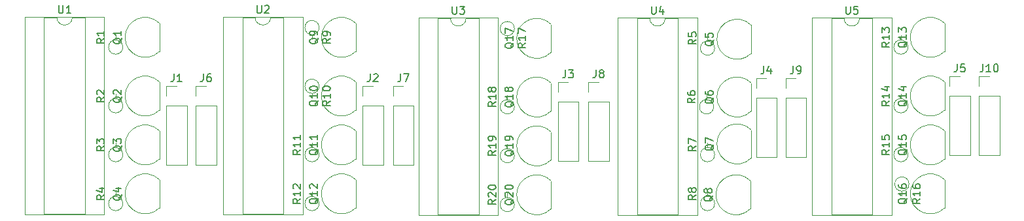
<source format=gbr>
%TF.GenerationSoftware,KiCad,Pcbnew,5.1.7-a382d34a8~87~ubuntu18.04.1*%
%TF.CreationDate,2020-11-02T19:01:26+01:00*%
%TF.ProjectId,controlled_generator_schematics,636f6e74-726f-46c6-9c65-645f67656e65,rev?*%
%TF.SameCoordinates,Original*%
%TF.FileFunction,Legend,Top*%
%TF.FilePolarity,Positive*%
%FSLAX46Y46*%
G04 Gerber Fmt 4.6, Leading zero omitted, Abs format (unit mm)*
G04 Created by KiCad (PCBNEW 5.1.7-a382d34a8~87~ubuntu18.04.1) date 2020-11-02 19:01:26*
%MOMM*%
%LPD*%
G01*
G04 APERTURE LIST*
%ADD10C,0.120000*%
%ADD11C,0.150000*%
G04 APERTURE END LIST*
D10*
%TO.C,U3*%
X341098001Y-339052001D02*
X330818001Y-339052001D01*
X341098001Y-364692001D02*
X341098001Y-339052001D01*
X330818001Y-364692001D02*
X341098001Y-364692001D01*
X330818001Y-339052001D02*
X330818001Y-364692001D01*
X338608001Y-339112001D02*
X336958001Y-339112001D01*
X338608001Y-364632001D02*
X338608001Y-339112001D01*
X333308001Y-364632001D02*
X338608001Y-364632001D01*
X333308001Y-339112001D02*
X333308001Y-364632001D01*
X334958001Y-339112001D02*
X333308001Y-339112001D01*
X336958001Y-339112001D02*
G75*
G02*
X334958001Y-339112001I-1000000J0D01*
G01*
%TO.C,J6*%
X301989001Y-347875001D02*
X303319001Y-347875001D01*
X301989001Y-349205001D02*
X301989001Y-347875001D01*
X301989001Y-350475001D02*
X304649001Y-350475001D01*
X304649001Y-350475001D02*
X304649001Y-358155001D01*
X301989001Y-350475001D02*
X301989001Y-358155001D01*
X301989001Y-358155001D02*
X304649001Y-358155001D01*
%TO.C,Q9*%
X322695001Y-343385001D02*
X322695001Y-339785001D01*
X322683479Y-339746523D02*
G75*
G03*
X318245001Y-341585001I-1838478J-1838478D01*
G01*
X322683479Y-343423479D02*
G75*
G02*
X318245001Y-341585001I-1838478J1838478D01*
G01*
%TO.C,J10*%
X403335001Y-346605001D02*
X404665001Y-346605001D01*
X403335001Y-347935001D02*
X403335001Y-346605001D01*
X403335001Y-349205001D02*
X405995001Y-349205001D01*
X405995001Y-349205001D02*
X405995001Y-356885001D01*
X403335001Y-349205001D02*
X403335001Y-356885001D01*
X403335001Y-356885001D02*
X405995001Y-356885001D01*
%TO.C,J9*%
X378316001Y-346859001D02*
X379646001Y-346859001D01*
X378316001Y-348189001D02*
X378316001Y-346859001D01*
X378316001Y-349459001D02*
X380976001Y-349459001D01*
X380976001Y-349459001D02*
X380976001Y-357139001D01*
X378316001Y-349459001D02*
X378316001Y-357139001D01*
X378316001Y-357139001D02*
X380976001Y-357139001D01*
%TO.C,J8*%
X352789001Y-347367001D02*
X354119001Y-347367001D01*
X352789001Y-348697001D02*
X352789001Y-347367001D01*
X352789001Y-349967001D02*
X355449001Y-349967001D01*
X355449001Y-349967001D02*
X355449001Y-357647001D01*
X352789001Y-349967001D02*
X352789001Y-357647001D01*
X352789001Y-357647001D02*
X355449001Y-357647001D01*
%TO.C,J7*%
X327516001Y-347875001D02*
X328846001Y-347875001D01*
X327516001Y-349205001D02*
X327516001Y-347875001D01*
X327516001Y-350475001D02*
X330176001Y-350475001D01*
X330176001Y-350475001D02*
X330176001Y-358155001D01*
X327516001Y-350475001D02*
X327516001Y-358155001D01*
X327516001Y-358155001D02*
X330176001Y-358155001D01*
%TO.C,U1*%
X290160002Y-338925001D02*
X279880002Y-338925001D01*
X290160002Y-364565001D02*
X290160002Y-338925001D01*
X279880002Y-364565001D02*
X290160002Y-364565001D01*
X279880002Y-338925001D02*
X279880002Y-364565001D01*
X287670002Y-338985001D02*
X286020002Y-338985001D01*
X287670002Y-364505001D02*
X287670002Y-338985001D01*
X282370002Y-364505001D02*
X287670002Y-364505001D01*
X282370002Y-338985001D02*
X282370002Y-364505001D01*
X284020002Y-338985001D02*
X282370002Y-338985001D01*
X286020002Y-338985001D02*
G75*
G02*
X284020002Y-338985001I-1000000J0D01*
G01*
%TO.C,J5*%
X399525001Y-346605001D02*
X400855001Y-346605001D01*
X399525001Y-347935001D02*
X399525001Y-346605001D01*
X399525001Y-349205001D02*
X402185001Y-349205001D01*
X402185001Y-349205001D02*
X402185001Y-356885001D01*
X399525001Y-349205001D02*
X399525001Y-356885001D01*
X399525001Y-356885001D02*
X402185001Y-356885001D01*
%TO.C,U5*%
X392025001Y-339052001D02*
X381745001Y-339052001D01*
X392025001Y-364692001D02*
X392025001Y-339052001D01*
X381745001Y-364692001D02*
X392025001Y-364692001D01*
X381745001Y-339052001D02*
X381745001Y-364692001D01*
X389535001Y-339112001D02*
X387885001Y-339112001D01*
X389535001Y-364632001D02*
X389535001Y-339112001D01*
X384235001Y-364632001D02*
X389535001Y-364632001D01*
X384235001Y-339112001D02*
X384235001Y-364632001D01*
X385885001Y-339112001D02*
X384235001Y-339112001D01*
X387885001Y-339112001D02*
G75*
G02*
X385885001Y-339112001I-1000000J0D01*
G01*
%TO.C,U2*%
X315825001Y-338925001D02*
X305545001Y-338925001D01*
X315825001Y-364565001D02*
X315825001Y-338925001D01*
X305545001Y-364565001D02*
X315825001Y-364565001D01*
X305545001Y-338925001D02*
X305545001Y-364565001D01*
X313335001Y-338985001D02*
X311685001Y-338985001D01*
X313335001Y-364505001D02*
X313335001Y-338985001D01*
X308035001Y-364505001D02*
X313335001Y-364505001D01*
X308035001Y-338985001D02*
X308035001Y-364505001D01*
X309685001Y-338985001D02*
X308035001Y-338985001D01*
X311685001Y-338985001D02*
G75*
G02*
X309685001Y-338985001I-1000000J0D01*
G01*
%TO.C,U4*%
X366879001Y-339052001D02*
X356599001Y-339052001D01*
X366879001Y-364692001D02*
X366879001Y-339052001D01*
X356599001Y-364692001D02*
X366879001Y-364692001D01*
X356599001Y-339052001D02*
X356599001Y-364692001D01*
X364389001Y-339112001D02*
X362739001Y-339112001D01*
X364389001Y-364632001D02*
X364389001Y-339112001D01*
X359089001Y-364632001D02*
X364389001Y-364632001D01*
X359089001Y-339112001D02*
X359089001Y-364632001D01*
X360739001Y-339112001D02*
X359089001Y-339112001D01*
X362739001Y-339112001D02*
G75*
G02*
X360739001Y-339112001I-1000000J0D01*
G01*
%TO.C,R20*%
X342308001Y-362382001D02*
X342308001Y-361762001D01*
X343228001Y-363302001D02*
G75*
G03*
X343228001Y-363302001I-920000J0D01*
G01*
%TO.C,R19*%
X342308001Y-356032001D02*
X342308001Y-355412001D01*
X343228001Y-356952001D02*
G75*
G03*
X343228001Y-356952001I-920000J0D01*
G01*
%TO.C,R18*%
X342308001Y-349682001D02*
X342308001Y-349062001D01*
X343228001Y-350602001D02*
G75*
G03*
X343228001Y-350602001I-920000J0D01*
G01*
%TO.C,R17*%
X342308001Y-341362001D02*
X342308001Y-341982001D01*
X343228001Y-340442001D02*
G75*
G03*
X343228001Y-340442001I-920000J0D01*
G01*
%TO.C,R16*%
X393362001Y-361555001D02*
X393362001Y-362175001D01*
X394282001Y-360635001D02*
G75*
G03*
X394282001Y-360635001I-920000J0D01*
G01*
%TO.C,R15*%
X393235001Y-355905001D02*
X393235001Y-355285001D01*
X394155001Y-356825001D02*
G75*
G03*
X394155001Y-356825001I-920000J0D01*
G01*
%TO.C,R14*%
X394155001Y-350475001D02*
G75*
G03*
X394155001Y-350475001I-920000J0D01*
G01*
X393235001Y-349555001D02*
X393235001Y-348935001D01*
%TO.C,R13*%
X393235001Y-341935001D02*
X393235001Y-341315001D01*
X394155001Y-342855001D02*
G75*
G03*
X394155001Y-342855001I-920000J0D01*
G01*
%TO.C,R12*%
X317035001Y-362255001D02*
X317035001Y-361635001D01*
X317955001Y-363175001D02*
G75*
G03*
X317955001Y-363175001I-920000J0D01*
G01*
%TO.C,R11*%
X317035001Y-355905001D02*
X317035001Y-355285001D01*
X317955001Y-356825001D02*
G75*
G03*
X317955001Y-356825001I-920000J0D01*
G01*
%TO.C,R10*%
X317035001Y-348855001D02*
X317035001Y-349475001D01*
X317955001Y-347935001D02*
G75*
G03*
X317955001Y-347935001I-920000J0D01*
G01*
%TO.C,R9*%
X317035001Y-341235001D02*
X317035001Y-341855001D01*
X317955001Y-340315001D02*
G75*
G03*
X317955001Y-340315001I-920000J0D01*
G01*
%TO.C,R8*%
X368216001Y-362255001D02*
X368216001Y-361635001D01*
X369136001Y-363175001D02*
G75*
G03*
X369136001Y-363175001I-920000J0D01*
G01*
%TO.C,R7*%
X368216001Y-355905001D02*
X368216001Y-355285001D01*
X369136001Y-356825001D02*
G75*
G03*
X369136001Y-356825001I-920000J0D01*
G01*
%TO.C,R6*%
X368089001Y-349682001D02*
X368089001Y-349062001D01*
X369009001Y-350602001D02*
G75*
G03*
X369009001Y-350602001I-920000J0D01*
G01*
%TO.C,R5*%
X368216001Y-342062001D02*
X368216001Y-341442001D01*
X369136001Y-342982001D02*
G75*
G03*
X369136001Y-342982001I-920000J0D01*
G01*
%TO.C,Q20*%
X347968001Y-363832001D02*
X347968001Y-360232001D01*
X347956479Y-360193523D02*
G75*
G03*
X343518001Y-362032001I-1838478J-1838478D01*
G01*
X347956479Y-363870479D02*
G75*
G02*
X343518001Y-362032001I-1838478J1838478D01*
G01*
%TO.C,Q19*%
X347968001Y-357482001D02*
X347968001Y-353882001D01*
X347956479Y-353843523D02*
G75*
G03*
X343518001Y-355682001I-1838478J-1838478D01*
G01*
X347956479Y-357520479D02*
G75*
G02*
X343518001Y-355682001I-1838478J1838478D01*
G01*
%TO.C,Q18*%
X347968001Y-351132001D02*
X347968001Y-347532001D01*
X347956479Y-347493523D02*
G75*
G03*
X343518001Y-349332001I-1838478J-1838478D01*
G01*
X347956479Y-351170479D02*
G75*
G02*
X343518001Y-349332001I-1838478J1838478D01*
G01*
%TO.C,Q17*%
X347968001Y-343512001D02*
X347968001Y-339912001D01*
X347956479Y-339873523D02*
G75*
G03*
X343518001Y-341712001I-1838478J-1838478D01*
G01*
X347956479Y-343550479D02*
G75*
G02*
X343518001Y-341712001I-1838478J1838478D01*
G01*
%TO.C,Q16*%
X398895001Y-363705001D02*
X398895001Y-360105001D01*
X398883479Y-360066523D02*
G75*
G03*
X394445001Y-361905001I-1838478J-1838478D01*
G01*
X398883479Y-363743479D02*
G75*
G02*
X394445001Y-361905001I-1838478J1838478D01*
G01*
%TO.C,Q15*%
X398895001Y-357355001D02*
X398895001Y-353755001D01*
X398883479Y-353716523D02*
G75*
G03*
X394445001Y-355555001I-1838478J-1838478D01*
G01*
X398883479Y-357393479D02*
G75*
G02*
X394445001Y-355555001I-1838478J1838478D01*
G01*
%TO.C,Q14*%
X398895001Y-351005001D02*
X398895001Y-347405001D01*
X398883479Y-347366523D02*
G75*
G03*
X394445001Y-349205001I-1838478J-1838478D01*
G01*
X398883479Y-351043479D02*
G75*
G02*
X394445001Y-349205001I-1838478J1838478D01*
G01*
%TO.C,Q13*%
X398895001Y-343385001D02*
X398895001Y-339785001D01*
X398883479Y-339746523D02*
G75*
G03*
X394445001Y-341585001I-1838478J-1838478D01*
G01*
X398883479Y-343423479D02*
G75*
G02*
X394445001Y-341585001I-1838478J1838478D01*
G01*
%TO.C,Q12*%
X322695001Y-363705001D02*
X322695001Y-360105001D01*
X322683479Y-360066523D02*
G75*
G03*
X318245001Y-361905001I-1838478J-1838478D01*
G01*
X322683479Y-363743479D02*
G75*
G02*
X318245001Y-361905001I-1838478J1838478D01*
G01*
%TO.C,Q11*%
X322695001Y-357355001D02*
X322695001Y-353755001D01*
X322683479Y-353716523D02*
G75*
G03*
X318245001Y-355555001I-1838478J-1838478D01*
G01*
X322683479Y-357393479D02*
G75*
G02*
X318245001Y-355555001I-1838478J1838478D01*
G01*
%TO.C,Q10*%
X322695001Y-351005001D02*
X322695001Y-347405001D01*
X322683479Y-347366523D02*
G75*
G03*
X318245001Y-349205001I-1838478J-1838478D01*
G01*
X322683479Y-351043479D02*
G75*
G02*
X318245001Y-349205001I-1838478J1838478D01*
G01*
%TO.C,Q8*%
X373749001Y-363832001D02*
X373749001Y-360232001D01*
X373737479Y-360193523D02*
G75*
G03*
X369299001Y-362032001I-1838478J-1838478D01*
G01*
X373737479Y-363870479D02*
G75*
G02*
X369299001Y-362032001I-1838478J1838478D01*
G01*
%TO.C,Q7*%
X373876001Y-357228001D02*
X373876001Y-353628001D01*
X373864479Y-353589523D02*
G75*
G03*
X369426001Y-355428001I-1838478J-1838478D01*
G01*
X373864479Y-357266479D02*
G75*
G02*
X369426001Y-355428001I-1838478J1838478D01*
G01*
%TO.C,Q6*%
X373876001Y-351132001D02*
X373876001Y-347532001D01*
X373864479Y-347493523D02*
G75*
G03*
X369426001Y-349332001I-1838478J-1838478D01*
G01*
X373864479Y-351170479D02*
G75*
G02*
X369426001Y-349332001I-1838478J1838478D01*
G01*
%TO.C,Q5*%
X373876001Y-343639001D02*
X373876001Y-340039001D01*
X373864479Y-340000523D02*
G75*
G03*
X369426001Y-341839001I-1838478J-1838478D01*
G01*
X373864479Y-343677479D02*
G75*
G02*
X369426001Y-341839001I-1838478J1838478D01*
G01*
%TO.C,J3*%
X348852001Y-347367001D02*
X350182001Y-347367001D01*
X348852001Y-348697001D02*
X348852001Y-347367001D01*
X348852001Y-349967001D02*
X351512001Y-349967001D01*
X351512001Y-349967001D02*
X351512001Y-357647001D01*
X348852001Y-349967001D02*
X348852001Y-357647001D01*
X348852001Y-357647001D02*
X351512001Y-357647001D01*
%TO.C,J2*%
X323579001Y-347875001D02*
X324909001Y-347875001D01*
X323579001Y-349205001D02*
X323579001Y-347875001D01*
X323579001Y-350475001D02*
X326239001Y-350475001D01*
X326239001Y-350475001D02*
X326239001Y-358155001D01*
X323579001Y-350475001D02*
X323579001Y-358155001D01*
X323579001Y-358155001D02*
X326239001Y-358155001D01*
%TO.C,J4*%
X374506001Y-346859001D02*
X375836001Y-346859001D01*
X374506001Y-348189001D02*
X374506001Y-346859001D01*
X374506001Y-349459001D02*
X377166001Y-349459001D01*
X377166001Y-349459001D02*
X377166001Y-357139001D01*
X374506001Y-349459001D02*
X374506001Y-357139001D01*
X374506001Y-357139001D02*
X377166001Y-357139001D01*
%TO.C,R4*%
X291635001Y-362255001D02*
X291635001Y-361635001D01*
X292555001Y-363175001D02*
G75*
G03*
X292555001Y-363175001I-920000J0D01*
G01*
%TO.C,R3*%
X291635001Y-355905001D02*
X291635001Y-355285001D01*
X292555001Y-356825001D02*
G75*
G03*
X292555001Y-356825001I-920000J0D01*
G01*
%TO.C,R2*%
X291635001Y-349555001D02*
X291635001Y-348935001D01*
X292555001Y-350475001D02*
G75*
G03*
X292555001Y-350475001I-920000J0D01*
G01*
%TO.C,R1*%
X291635001Y-341935001D02*
X291635001Y-341315001D01*
X292555001Y-342855001D02*
G75*
G03*
X292555001Y-342855001I-920000J0D01*
G01*
%TO.C,Q4*%
X297295001Y-363705001D02*
X297295001Y-360105001D01*
X297283479Y-360066523D02*
G75*
G03*
X292845001Y-361905001I-1838478J-1838478D01*
G01*
X297283479Y-363743479D02*
G75*
G02*
X292845001Y-361905001I-1838478J1838478D01*
G01*
%TO.C,Q3*%
X297295001Y-357355001D02*
X297295001Y-353755001D01*
X297283479Y-353716523D02*
G75*
G03*
X292845001Y-355555001I-1838478J-1838478D01*
G01*
X297283479Y-357393479D02*
G75*
G02*
X292845001Y-355555001I-1838478J1838478D01*
G01*
%TO.C,Q2*%
X297295001Y-351005001D02*
X297295001Y-347405001D01*
X297283479Y-347366523D02*
G75*
G03*
X292845001Y-349205001I-1838478J-1838478D01*
G01*
X297283479Y-351043479D02*
G75*
G02*
X292845001Y-349205001I-1838478J1838478D01*
G01*
%TO.C,Q1*%
X297295001Y-343385001D02*
X297295001Y-339785001D01*
X297283479Y-339746523D02*
G75*
G03*
X292845001Y-341585001I-1838478J-1838478D01*
G01*
X297283479Y-343423479D02*
G75*
G02*
X292845001Y-341585001I-1838478J1838478D01*
G01*
%TO.C,J1*%
X298179001Y-347875001D02*
X299509001Y-347875001D01*
X298179001Y-349205001D02*
X298179001Y-347875001D01*
X298179001Y-350475001D02*
X300839001Y-350475001D01*
X300839001Y-350475001D02*
X300839001Y-358155001D01*
X298179001Y-350475001D02*
X298179001Y-358155001D01*
X298179001Y-358155001D02*
X300839001Y-358155001D01*
%TO.C,U3*%
D11*
X335196096Y-337564381D02*
X335196096Y-338373905D01*
X335243715Y-338469143D01*
X335291334Y-338516762D01*
X335386572Y-338564381D01*
X335577048Y-338564381D01*
X335672286Y-338516762D01*
X335719905Y-338469143D01*
X335767524Y-338373905D01*
X335767524Y-337564381D01*
X336148477Y-337564381D02*
X336767524Y-337564381D01*
X336434191Y-337945334D01*
X336577048Y-337945334D01*
X336672286Y-337992953D01*
X336719905Y-338040572D01*
X336767524Y-338135810D01*
X336767524Y-338373905D01*
X336719905Y-338469143D01*
X336672286Y-338516762D01*
X336577048Y-338564381D01*
X336291334Y-338564381D01*
X336196096Y-338516762D01*
X336148477Y-338469143D01*
%TO.C,J6*%
X302985667Y-346327381D02*
X302985667Y-347041667D01*
X302938048Y-347184524D01*
X302842810Y-347279762D01*
X302699953Y-347327381D01*
X302604715Y-347327381D01*
X303890429Y-346327381D02*
X303699953Y-346327381D01*
X303604715Y-346375001D01*
X303557096Y-346422620D01*
X303461858Y-346565477D01*
X303414239Y-346755953D01*
X303414239Y-347136905D01*
X303461858Y-347232143D01*
X303509477Y-347279762D01*
X303604715Y-347327381D01*
X303795191Y-347327381D01*
X303890429Y-347279762D01*
X303938048Y-347232143D01*
X303985667Y-347136905D01*
X303985667Y-346898810D01*
X303938048Y-346803572D01*
X303890429Y-346755953D01*
X303795191Y-346708334D01*
X303604715Y-346708334D01*
X303509477Y-346755953D01*
X303461858Y-346803572D01*
X303414239Y-346898810D01*
%TO.C,Q9*%
X317832620Y-341680239D02*
X317785001Y-341775477D01*
X317689762Y-341870715D01*
X317546905Y-342013572D01*
X317499286Y-342108810D01*
X317499286Y-342204048D01*
X317737381Y-342156429D02*
X317689762Y-342251667D01*
X317594524Y-342346905D01*
X317404048Y-342394524D01*
X317070715Y-342394524D01*
X316880239Y-342346905D01*
X316785001Y-342251667D01*
X316737381Y-342156429D01*
X316737381Y-341965953D01*
X316785001Y-341870715D01*
X316880239Y-341775477D01*
X317070715Y-341727858D01*
X317404048Y-341727858D01*
X317594524Y-341775477D01*
X317689762Y-341870715D01*
X317737381Y-341965953D01*
X317737381Y-342156429D01*
X317737381Y-341251667D02*
X317737381Y-341061191D01*
X317689762Y-340965953D01*
X317642143Y-340918334D01*
X317499286Y-340823096D01*
X317308810Y-340775477D01*
X316927858Y-340775477D01*
X316832620Y-340823096D01*
X316785001Y-340870715D01*
X316737381Y-340965953D01*
X316737381Y-341156429D01*
X316785001Y-341251667D01*
X316832620Y-341299286D01*
X316927858Y-341346905D01*
X317165953Y-341346905D01*
X317261191Y-341299286D01*
X317308810Y-341251667D01*
X317356429Y-341156429D01*
X317356429Y-340965953D01*
X317308810Y-340870715D01*
X317261191Y-340823096D01*
X317165953Y-340775477D01*
%TO.C,J10*%
X403855477Y-345057381D02*
X403855477Y-345771667D01*
X403807858Y-345914524D01*
X403712620Y-346009762D01*
X403569762Y-346057381D01*
X403474524Y-346057381D01*
X404855477Y-346057381D02*
X404284048Y-346057381D01*
X404569762Y-346057381D02*
X404569762Y-345057381D01*
X404474524Y-345200239D01*
X404379286Y-345295477D01*
X404284048Y-345343096D01*
X405474524Y-345057381D02*
X405569762Y-345057381D01*
X405665001Y-345105001D01*
X405712620Y-345152620D01*
X405760239Y-345247858D01*
X405807858Y-345438334D01*
X405807858Y-345676429D01*
X405760239Y-345866905D01*
X405712620Y-345962143D01*
X405665001Y-346009762D01*
X405569762Y-346057381D01*
X405474524Y-346057381D01*
X405379286Y-346009762D01*
X405331667Y-345962143D01*
X405284048Y-345866905D01*
X405236429Y-345676429D01*
X405236429Y-345438334D01*
X405284048Y-345247858D01*
X405331667Y-345152620D01*
X405379286Y-345105001D01*
X405474524Y-345057381D01*
%TO.C,J9*%
X379312667Y-345311381D02*
X379312667Y-346025667D01*
X379265048Y-346168524D01*
X379169810Y-346263762D01*
X379026953Y-346311381D01*
X378931715Y-346311381D01*
X379836477Y-346311381D02*
X380026953Y-346311381D01*
X380122191Y-346263762D01*
X380169810Y-346216143D01*
X380265048Y-346073286D01*
X380312667Y-345882810D01*
X380312667Y-345501858D01*
X380265048Y-345406620D01*
X380217429Y-345359001D01*
X380122191Y-345311381D01*
X379931715Y-345311381D01*
X379836477Y-345359001D01*
X379788858Y-345406620D01*
X379741239Y-345501858D01*
X379741239Y-345739953D01*
X379788858Y-345835191D01*
X379836477Y-345882810D01*
X379931715Y-345930429D01*
X380122191Y-345930429D01*
X380217429Y-345882810D01*
X380265048Y-345835191D01*
X380312667Y-345739953D01*
%TO.C,J8*%
X353785667Y-345819381D02*
X353785667Y-346533667D01*
X353738048Y-346676524D01*
X353642810Y-346771762D01*
X353499953Y-346819381D01*
X353404715Y-346819381D01*
X354404715Y-346247953D02*
X354309477Y-346200334D01*
X354261858Y-346152715D01*
X354214239Y-346057477D01*
X354214239Y-346009858D01*
X354261858Y-345914620D01*
X354309477Y-345867001D01*
X354404715Y-345819381D01*
X354595191Y-345819381D01*
X354690429Y-345867001D01*
X354738048Y-345914620D01*
X354785667Y-346009858D01*
X354785667Y-346057477D01*
X354738048Y-346152715D01*
X354690429Y-346200334D01*
X354595191Y-346247953D01*
X354404715Y-346247953D01*
X354309477Y-346295572D01*
X354261858Y-346343191D01*
X354214239Y-346438429D01*
X354214239Y-346628905D01*
X354261858Y-346724143D01*
X354309477Y-346771762D01*
X354404715Y-346819381D01*
X354595191Y-346819381D01*
X354690429Y-346771762D01*
X354738048Y-346724143D01*
X354785667Y-346628905D01*
X354785667Y-346438429D01*
X354738048Y-346343191D01*
X354690429Y-346295572D01*
X354595191Y-346247953D01*
%TO.C,J7*%
X328512667Y-346327381D02*
X328512667Y-347041667D01*
X328465048Y-347184524D01*
X328369810Y-347279762D01*
X328226953Y-347327381D01*
X328131715Y-347327381D01*
X328893620Y-346327381D02*
X329560286Y-346327381D01*
X329131715Y-347327381D01*
%TO.C,U1*%
X284258097Y-337437381D02*
X284258097Y-338246905D01*
X284305716Y-338342143D01*
X284353335Y-338389762D01*
X284448573Y-338437381D01*
X284639049Y-338437381D01*
X284734287Y-338389762D01*
X284781906Y-338342143D01*
X284829525Y-338246905D01*
X284829525Y-337437381D01*
X285829525Y-338437381D02*
X285258097Y-338437381D01*
X285543811Y-338437381D02*
X285543811Y-337437381D01*
X285448573Y-337580239D01*
X285353335Y-337675477D01*
X285258097Y-337723096D01*
%TO.C,J5*%
X400521667Y-345057381D02*
X400521667Y-345771667D01*
X400474048Y-345914524D01*
X400378810Y-346009762D01*
X400235953Y-346057381D01*
X400140715Y-346057381D01*
X401474048Y-345057381D02*
X400997858Y-345057381D01*
X400950239Y-345533572D01*
X400997858Y-345485953D01*
X401093096Y-345438334D01*
X401331191Y-345438334D01*
X401426429Y-345485953D01*
X401474048Y-345533572D01*
X401521667Y-345628810D01*
X401521667Y-345866905D01*
X401474048Y-345962143D01*
X401426429Y-346009762D01*
X401331191Y-346057381D01*
X401093096Y-346057381D01*
X400997858Y-346009762D01*
X400950239Y-345962143D01*
%TO.C,U5*%
X386123096Y-337564381D02*
X386123096Y-338373905D01*
X386170715Y-338469143D01*
X386218334Y-338516762D01*
X386313572Y-338564381D01*
X386504048Y-338564381D01*
X386599286Y-338516762D01*
X386646905Y-338469143D01*
X386694524Y-338373905D01*
X386694524Y-337564381D01*
X387646905Y-337564381D02*
X387170715Y-337564381D01*
X387123096Y-338040572D01*
X387170715Y-337992953D01*
X387265953Y-337945334D01*
X387504048Y-337945334D01*
X387599286Y-337992953D01*
X387646905Y-338040572D01*
X387694524Y-338135810D01*
X387694524Y-338373905D01*
X387646905Y-338469143D01*
X387599286Y-338516762D01*
X387504048Y-338564381D01*
X387265953Y-338564381D01*
X387170715Y-338516762D01*
X387123096Y-338469143D01*
%TO.C,U2*%
X309923096Y-337437381D02*
X309923096Y-338246905D01*
X309970715Y-338342143D01*
X310018334Y-338389762D01*
X310113572Y-338437381D01*
X310304048Y-338437381D01*
X310399286Y-338389762D01*
X310446905Y-338342143D01*
X310494524Y-338246905D01*
X310494524Y-337437381D01*
X310923096Y-337532620D02*
X310970715Y-337485001D01*
X311065953Y-337437381D01*
X311304048Y-337437381D01*
X311399286Y-337485001D01*
X311446905Y-337532620D01*
X311494524Y-337627858D01*
X311494524Y-337723096D01*
X311446905Y-337865953D01*
X310875477Y-338437381D01*
X311494524Y-338437381D01*
%TO.C,U4*%
X360977096Y-337564381D02*
X360977096Y-338373905D01*
X361024715Y-338469143D01*
X361072334Y-338516762D01*
X361167572Y-338564381D01*
X361358048Y-338564381D01*
X361453286Y-338516762D01*
X361500905Y-338469143D01*
X361548524Y-338373905D01*
X361548524Y-337564381D01*
X362453286Y-337897715D02*
X362453286Y-338564381D01*
X362215191Y-337516762D02*
X361977096Y-338231048D01*
X362596143Y-338231048D01*
%TO.C,R20*%
X340840381Y-362674858D02*
X340364191Y-363008191D01*
X340840381Y-363246286D02*
X339840381Y-363246286D01*
X339840381Y-362865334D01*
X339888001Y-362770096D01*
X339935620Y-362722477D01*
X340030858Y-362674858D01*
X340173715Y-362674858D01*
X340268953Y-362722477D01*
X340316572Y-362770096D01*
X340364191Y-362865334D01*
X340364191Y-363246286D01*
X339935620Y-362293905D02*
X339888001Y-362246286D01*
X339840381Y-362151048D01*
X339840381Y-361912953D01*
X339888001Y-361817715D01*
X339935620Y-361770096D01*
X340030858Y-361722477D01*
X340126096Y-361722477D01*
X340268953Y-361770096D01*
X340840381Y-362341524D01*
X340840381Y-361722477D01*
X339840381Y-361103429D02*
X339840381Y-361008191D01*
X339888001Y-360912953D01*
X339935620Y-360865334D01*
X340030858Y-360817715D01*
X340221334Y-360770096D01*
X340459429Y-360770096D01*
X340649905Y-360817715D01*
X340745143Y-360865334D01*
X340792762Y-360912953D01*
X340840381Y-361008191D01*
X340840381Y-361103429D01*
X340792762Y-361198667D01*
X340745143Y-361246286D01*
X340649905Y-361293905D01*
X340459429Y-361341524D01*
X340221334Y-361341524D01*
X340030858Y-361293905D01*
X339935620Y-361246286D01*
X339888001Y-361198667D01*
X339840381Y-361103429D01*
%TO.C,R19*%
X340840381Y-356324858D02*
X340364191Y-356658191D01*
X340840381Y-356896286D02*
X339840381Y-356896286D01*
X339840381Y-356515334D01*
X339888001Y-356420096D01*
X339935620Y-356372477D01*
X340030858Y-356324858D01*
X340173715Y-356324858D01*
X340268953Y-356372477D01*
X340316572Y-356420096D01*
X340364191Y-356515334D01*
X340364191Y-356896286D01*
X340840381Y-355372477D02*
X340840381Y-355943905D01*
X340840381Y-355658191D02*
X339840381Y-355658191D01*
X339983239Y-355753429D01*
X340078477Y-355848667D01*
X340126096Y-355943905D01*
X340840381Y-354896286D02*
X340840381Y-354705810D01*
X340792762Y-354610572D01*
X340745143Y-354562953D01*
X340602286Y-354467715D01*
X340411810Y-354420096D01*
X340030858Y-354420096D01*
X339935620Y-354467715D01*
X339888001Y-354515334D01*
X339840381Y-354610572D01*
X339840381Y-354801048D01*
X339888001Y-354896286D01*
X339935620Y-354943905D01*
X340030858Y-354991524D01*
X340268953Y-354991524D01*
X340364191Y-354943905D01*
X340411810Y-354896286D01*
X340459429Y-354801048D01*
X340459429Y-354610572D01*
X340411810Y-354515334D01*
X340364191Y-354467715D01*
X340268953Y-354420096D01*
%TO.C,R18*%
X340840381Y-349974858D02*
X340364191Y-350308191D01*
X340840381Y-350546286D02*
X339840381Y-350546286D01*
X339840381Y-350165334D01*
X339888001Y-350070096D01*
X339935620Y-350022477D01*
X340030858Y-349974858D01*
X340173715Y-349974858D01*
X340268953Y-350022477D01*
X340316572Y-350070096D01*
X340364191Y-350165334D01*
X340364191Y-350546286D01*
X340840381Y-349022477D02*
X340840381Y-349593905D01*
X340840381Y-349308191D02*
X339840381Y-349308191D01*
X339983239Y-349403429D01*
X340078477Y-349498667D01*
X340126096Y-349593905D01*
X340268953Y-348451048D02*
X340221334Y-348546286D01*
X340173715Y-348593905D01*
X340078477Y-348641524D01*
X340030858Y-348641524D01*
X339935620Y-348593905D01*
X339888001Y-348546286D01*
X339840381Y-348451048D01*
X339840381Y-348260572D01*
X339888001Y-348165334D01*
X339935620Y-348117715D01*
X340030858Y-348070096D01*
X340078477Y-348070096D01*
X340173715Y-348117715D01*
X340221334Y-348165334D01*
X340268953Y-348260572D01*
X340268953Y-348451048D01*
X340316572Y-348546286D01*
X340364191Y-348593905D01*
X340459429Y-348641524D01*
X340649905Y-348641524D01*
X340745143Y-348593905D01*
X340792762Y-348546286D01*
X340840381Y-348451048D01*
X340840381Y-348260572D01*
X340792762Y-348165334D01*
X340745143Y-348117715D01*
X340649905Y-348070096D01*
X340459429Y-348070096D01*
X340364191Y-348117715D01*
X340316572Y-348165334D01*
X340268953Y-348260572D01*
%TO.C,R17*%
X344680381Y-342354858D02*
X344204191Y-342688191D01*
X344680381Y-342926286D02*
X343680381Y-342926286D01*
X343680381Y-342545334D01*
X343728001Y-342450096D01*
X343775620Y-342402477D01*
X343870858Y-342354858D01*
X344013715Y-342354858D01*
X344108953Y-342402477D01*
X344156572Y-342450096D01*
X344204191Y-342545334D01*
X344204191Y-342926286D01*
X344680381Y-341402477D02*
X344680381Y-341973905D01*
X344680381Y-341688191D02*
X343680381Y-341688191D01*
X343823239Y-341783429D01*
X343918477Y-341878667D01*
X343966096Y-341973905D01*
X343680381Y-341069143D02*
X343680381Y-340402477D01*
X344680381Y-340831048D01*
%TO.C,R16*%
X395734381Y-362547858D02*
X395258191Y-362881191D01*
X395734381Y-363119286D02*
X394734381Y-363119286D01*
X394734381Y-362738334D01*
X394782001Y-362643096D01*
X394829620Y-362595477D01*
X394924858Y-362547858D01*
X395067715Y-362547858D01*
X395162953Y-362595477D01*
X395210572Y-362643096D01*
X395258191Y-362738334D01*
X395258191Y-363119286D01*
X395734381Y-361595477D02*
X395734381Y-362166905D01*
X395734381Y-361881191D02*
X394734381Y-361881191D01*
X394877239Y-361976429D01*
X394972477Y-362071667D01*
X395020096Y-362166905D01*
X394734381Y-360738334D02*
X394734381Y-360928810D01*
X394782001Y-361024048D01*
X394829620Y-361071667D01*
X394972477Y-361166905D01*
X395162953Y-361214524D01*
X395543905Y-361214524D01*
X395639143Y-361166905D01*
X395686762Y-361119286D01*
X395734381Y-361024048D01*
X395734381Y-360833572D01*
X395686762Y-360738334D01*
X395639143Y-360690715D01*
X395543905Y-360643096D01*
X395305810Y-360643096D01*
X395210572Y-360690715D01*
X395162953Y-360738334D01*
X395115334Y-360833572D01*
X395115334Y-361024048D01*
X395162953Y-361119286D01*
X395210572Y-361166905D01*
X395305810Y-361214524D01*
%TO.C,R15*%
X391767381Y-356197858D02*
X391291191Y-356531191D01*
X391767381Y-356769286D02*
X390767381Y-356769286D01*
X390767381Y-356388334D01*
X390815001Y-356293096D01*
X390862620Y-356245477D01*
X390957858Y-356197858D01*
X391100715Y-356197858D01*
X391195953Y-356245477D01*
X391243572Y-356293096D01*
X391291191Y-356388334D01*
X391291191Y-356769286D01*
X391767381Y-355245477D02*
X391767381Y-355816905D01*
X391767381Y-355531191D02*
X390767381Y-355531191D01*
X390910239Y-355626429D01*
X391005477Y-355721667D01*
X391053096Y-355816905D01*
X390767381Y-354340715D02*
X390767381Y-354816905D01*
X391243572Y-354864524D01*
X391195953Y-354816905D01*
X391148334Y-354721667D01*
X391148334Y-354483572D01*
X391195953Y-354388334D01*
X391243572Y-354340715D01*
X391338810Y-354293096D01*
X391576905Y-354293096D01*
X391672143Y-354340715D01*
X391719762Y-354388334D01*
X391767381Y-354483572D01*
X391767381Y-354721667D01*
X391719762Y-354816905D01*
X391672143Y-354864524D01*
%TO.C,R14*%
X391767381Y-349847858D02*
X391291191Y-350181191D01*
X391767381Y-350419286D02*
X390767381Y-350419286D01*
X390767381Y-350038334D01*
X390815001Y-349943096D01*
X390862620Y-349895477D01*
X390957858Y-349847858D01*
X391100715Y-349847858D01*
X391195953Y-349895477D01*
X391243572Y-349943096D01*
X391291191Y-350038334D01*
X391291191Y-350419286D01*
X391767381Y-348895477D02*
X391767381Y-349466905D01*
X391767381Y-349181191D02*
X390767381Y-349181191D01*
X390910239Y-349276429D01*
X391005477Y-349371667D01*
X391053096Y-349466905D01*
X391100715Y-348038334D02*
X391767381Y-348038334D01*
X390719762Y-348276429D02*
X391434048Y-348514524D01*
X391434048Y-347895477D01*
%TO.C,R13*%
X391767381Y-342227858D02*
X391291191Y-342561191D01*
X391767381Y-342799286D02*
X390767381Y-342799286D01*
X390767381Y-342418334D01*
X390815001Y-342323096D01*
X390862620Y-342275477D01*
X390957858Y-342227858D01*
X391100715Y-342227858D01*
X391195953Y-342275477D01*
X391243572Y-342323096D01*
X391291191Y-342418334D01*
X391291191Y-342799286D01*
X391767381Y-341275477D02*
X391767381Y-341846905D01*
X391767381Y-341561191D02*
X390767381Y-341561191D01*
X390910239Y-341656429D01*
X391005477Y-341751667D01*
X391053096Y-341846905D01*
X390767381Y-340942143D02*
X390767381Y-340323096D01*
X391148334Y-340656429D01*
X391148334Y-340513572D01*
X391195953Y-340418334D01*
X391243572Y-340370715D01*
X391338810Y-340323096D01*
X391576905Y-340323096D01*
X391672143Y-340370715D01*
X391719762Y-340418334D01*
X391767381Y-340513572D01*
X391767381Y-340799286D01*
X391719762Y-340894524D01*
X391672143Y-340942143D01*
%TO.C,R12*%
X315567381Y-362547858D02*
X315091191Y-362881191D01*
X315567381Y-363119286D02*
X314567381Y-363119286D01*
X314567381Y-362738334D01*
X314615001Y-362643096D01*
X314662620Y-362595477D01*
X314757858Y-362547858D01*
X314900715Y-362547858D01*
X314995953Y-362595477D01*
X315043572Y-362643096D01*
X315091191Y-362738334D01*
X315091191Y-363119286D01*
X315567381Y-361595477D02*
X315567381Y-362166905D01*
X315567381Y-361881191D02*
X314567381Y-361881191D01*
X314710239Y-361976429D01*
X314805477Y-362071667D01*
X314853096Y-362166905D01*
X314662620Y-361214524D02*
X314615001Y-361166905D01*
X314567381Y-361071667D01*
X314567381Y-360833572D01*
X314615001Y-360738334D01*
X314662620Y-360690715D01*
X314757858Y-360643096D01*
X314853096Y-360643096D01*
X314995953Y-360690715D01*
X315567381Y-361262143D01*
X315567381Y-360643096D01*
%TO.C,R11*%
X315567381Y-356197858D02*
X315091191Y-356531191D01*
X315567381Y-356769286D02*
X314567381Y-356769286D01*
X314567381Y-356388334D01*
X314615001Y-356293096D01*
X314662620Y-356245477D01*
X314757858Y-356197858D01*
X314900715Y-356197858D01*
X314995953Y-356245477D01*
X315043572Y-356293096D01*
X315091191Y-356388334D01*
X315091191Y-356769286D01*
X315567381Y-355245477D02*
X315567381Y-355816905D01*
X315567381Y-355531191D02*
X314567381Y-355531191D01*
X314710239Y-355626429D01*
X314805477Y-355721667D01*
X314853096Y-355816905D01*
X315567381Y-354293096D02*
X315567381Y-354864524D01*
X315567381Y-354578810D02*
X314567381Y-354578810D01*
X314710239Y-354674048D01*
X314805477Y-354769286D01*
X314853096Y-354864524D01*
%TO.C,R10*%
X319407381Y-349847858D02*
X318931191Y-350181191D01*
X319407381Y-350419286D02*
X318407381Y-350419286D01*
X318407381Y-350038334D01*
X318455001Y-349943096D01*
X318502620Y-349895477D01*
X318597858Y-349847858D01*
X318740715Y-349847858D01*
X318835953Y-349895477D01*
X318883572Y-349943096D01*
X318931191Y-350038334D01*
X318931191Y-350419286D01*
X319407381Y-348895477D02*
X319407381Y-349466905D01*
X319407381Y-349181191D02*
X318407381Y-349181191D01*
X318550239Y-349276429D01*
X318645477Y-349371667D01*
X318693096Y-349466905D01*
X318407381Y-348276429D02*
X318407381Y-348181191D01*
X318455001Y-348085953D01*
X318502620Y-348038334D01*
X318597858Y-347990715D01*
X318788334Y-347943096D01*
X319026429Y-347943096D01*
X319216905Y-347990715D01*
X319312143Y-348038334D01*
X319359762Y-348085953D01*
X319407381Y-348181191D01*
X319407381Y-348276429D01*
X319359762Y-348371667D01*
X319312143Y-348419286D01*
X319216905Y-348466905D01*
X319026429Y-348514524D01*
X318788334Y-348514524D01*
X318597858Y-348466905D01*
X318502620Y-348419286D01*
X318455001Y-348371667D01*
X318407381Y-348276429D01*
%TO.C,R9*%
X319407381Y-341751667D02*
X318931191Y-342085001D01*
X319407381Y-342323096D02*
X318407381Y-342323096D01*
X318407381Y-341942143D01*
X318455001Y-341846905D01*
X318502620Y-341799286D01*
X318597858Y-341751667D01*
X318740715Y-341751667D01*
X318835953Y-341799286D01*
X318883572Y-341846905D01*
X318931191Y-341942143D01*
X318931191Y-342323096D01*
X319407381Y-341275477D02*
X319407381Y-341085001D01*
X319359762Y-340989762D01*
X319312143Y-340942143D01*
X319169286Y-340846905D01*
X318978810Y-340799286D01*
X318597858Y-340799286D01*
X318502620Y-340846905D01*
X318455001Y-340894524D01*
X318407381Y-340989762D01*
X318407381Y-341180239D01*
X318455001Y-341275477D01*
X318502620Y-341323096D01*
X318597858Y-341370715D01*
X318835953Y-341370715D01*
X318931191Y-341323096D01*
X318978810Y-341275477D01*
X319026429Y-341180239D01*
X319026429Y-340989762D01*
X318978810Y-340894524D01*
X318931191Y-340846905D01*
X318835953Y-340799286D01*
%TO.C,R8*%
X366748381Y-362071667D02*
X366272191Y-362405001D01*
X366748381Y-362643096D02*
X365748381Y-362643096D01*
X365748381Y-362262143D01*
X365796001Y-362166905D01*
X365843620Y-362119286D01*
X365938858Y-362071667D01*
X366081715Y-362071667D01*
X366176953Y-362119286D01*
X366224572Y-362166905D01*
X366272191Y-362262143D01*
X366272191Y-362643096D01*
X366176953Y-361500239D02*
X366129334Y-361595477D01*
X366081715Y-361643096D01*
X365986477Y-361690715D01*
X365938858Y-361690715D01*
X365843620Y-361643096D01*
X365796001Y-361595477D01*
X365748381Y-361500239D01*
X365748381Y-361309762D01*
X365796001Y-361214524D01*
X365843620Y-361166905D01*
X365938858Y-361119286D01*
X365986477Y-361119286D01*
X366081715Y-361166905D01*
X366129334Y-361214524D01*
X366176953Y-361309762D01*
X366176953Y-361500239D01*
X366224572Y-361595477D01*
X366272191Y-361643096D01*
X366367429Y-361690715D01*
X366557905Y-361690715D01*
X366653143Y-361643096D01*
X366700762Y-361595477D01*
X366748381Y-361500239D01*
X366748381Y-361309762D01*
X366700762Y-361214524D01*
X366653143Y-361166905D01*
X366557905Y-361119286D01*
X366367429Y-361119286D01*
X366272191Y-361166905D01*
X366224572Y-361214524D01*
X366176953Y-361309762D01*
%TO.C,R7*%
X366748381Y-355721667D02*
X366272191Y-356055001D01*
X366748381Y-356293096D02*
X365748381Y-356293096D01*
X365748381Y-355912143D01*
X365796001Y-355816905D01*
X365843620Y-355769286D01*
X365938858Y-355721667D01*
X366081715Y-355721667D01*
X366176953Y-355769286D01*
X366224572Y-355816905D01*
X366272191Y-355912143D01*
X366272191Y-356293096D01*
X365748381Y-355388334D02*
X365748381Y-354721667D01*
X366748381Y-355150239D01*
%TO.C,R6*%
X366621381Y-349498667D02*
X366145191Y-349832001D01*
X366621381Y-350070096D02*
X365621381Y-350070096D01*
X365621381Y-349689143D01*
X365669001Y-349593905D01*
X365716620Y-349546286D01*
X365811858Y-349498667D01*
X365954715Y-349498667D01*
X366049953Y-349546286D01*
X366097572Y-349593905D01*
X366145191Y-349689143D01*
X366145191Y-350070096D01*
X365621381Y-348641524D02*
X365621381Y-348832001D01*
X365669001Y-348927239D01*
X365716620Y-348974858D01*
X365859477Y-349070096D01*
X366049953Y-349117715D01*
X366430905Y-349117715D01*
X366526143Y-349070096D01*
X366573762Y-349022477D01*
X366621381Y-348927239D01*
X366621381Y-348736762D01*
X366573762Y-348641524D01*
X366526143Y-348593905D01*
X366430905Y-348546286D01*
X366192810Y-348546286D01*
X366097572Y-348593905D01*
X366049953Y-348641524D01*
X366002334Y-348736762D01*
X366002334Y-348927239D01*
X366049953Y-349022477D01*
X366097572Y-349070096D01*
X366192810Y-349117715D01*
%TO.C,R5*%
X366748381Y-341878667D02*
X366272191Y-342212001D01*
X366748381Y-342450096D02*
X365748381Y-342450096D01*
X365748381Y-342069143D01*
X365796001Y-341973905D01*
X365843620Y-341926286D01*
X365938858Y-341878667D01*
X366081715Y-341878667D01*
X366176953Y-341926286D01*
X366224572Y-341973905D01*
X366272191Y-342069143D01*
X366272191Y-342450096D01*
X365748381Y-340973905D02*
X365748381Y-341450096D01*
X366224572Y-341497715D01*
X366176953Y-341450096D01*
X366129334Y-341354858D01*
X366129334Y-341116762D01*
X366176953Y-341021524D01*
X366224572Y-340973905D01*
X366319810Y-340926286D01*
X366557905Y-340926286D01*
X366653143Y-340973905D01*
X366700762Y-341021524D01*
X366748381Y-341116762D01*
X366748381Y-341354858D01*
X366700762Y-341450096D01*
X366653143Y-341497715D01*
%TO.C,Q20*%
X343105620Y-362603429D02*
X343058001Y-362698667D01*
X342962762Y-362793905D01*
X342819905Y-362936762D01*
X342772286Y-363032001D01*
X342772286Y-363127239D01*
X343010381Y-363079620D02*
X342962762Y-363174858D01*
X342867524Y-363270096D01*
X342677048Y-363317715D01*
X342343715Y-363317715D01*
X342153239Y-363270096D01*
X342058001Y-363174858D01*
X342010381Y-363079620D01*
X342010381Y-362889143D01*
X342058001Y-362793905D01*
X342153239Y-362698667D01*
X342343715Y-362651048D01*
X342677048Y-362651048D01*
X342867524Y-362698667D01*
X342962762Y-362793905D01*
X343010381Y-362889143D01*
X343010381Y-363079620D01*
X342105620Y-362270096D02*
X342058001Y-362222477D01*
X342010381Y-362127239D01*
X342010381Y-361889143D01*
X342058001Y-361793905D01*
X342105620Y-361746286D01*
X342200858Y-361698667D01*
X342296096Y-361698667D01*
X342438953Y-361746286D01*
X343010381Y-362317715D01*
X343010381Y-361698667D01*
X342010381Y-361079620D02*
X342010381Y-360984381D01*
X342058001Y-360889143D01*
X342105620Y-360841524D01*
X342200858Y-360793905D01*
X342391334Y-360746286D01*
X342629429Y-360746286D01*
X342819905Y-360793905D01*
X342915143Y-360841524D01*
X342962762Y-360889143D01*
X343010381Y-360984381D01*
X343010381Y-361079620D01*
X342962762Y-361174858D01*
X342915143Y-361222477D01*
X342819905Y-361270096D01*
X342629429Y-361317715D01*
X342391334Y-361317715D01*
X342200858Y-361270096D01*
X342105620Y-361222477D01*
X342058001Y-361174858D01*
X342010381Y-361079620D01*
%TO.C,Q19*%
X343105620Y-356253429D02*
X343058001Y-356348667D01*
X342962762Y-356443905D01*
X342819905Y-356586762D01*
X342772286Y-356682001D01*
X342772286Y-356777239D01*
X343010381Y-356729620D02*
X342962762Y-356824858D01*
X342867524Y-356920096D01*
X342677048Y-356967715D01*
X342343715Y-356967715D01*
X342153239Y-356920096D01*
X342058001Y-356824858D01*
X342010381Y-356729620D01*
X342010381Y-356539143D01*
X342058001Y-356443905D01*
X342153239Y-356348667D01*
X342343715Y-356301048D01*
X342677048Y-356301048D01*
X342867524Y-356348667D01*
X342962762Y-356443905D01*
X343010381Y-356539143D01*
X343010381Y-356729620D01*
X343010381Y-355348667D02*
X343010381Y-355920096D01*
X343010381Y-355634381D02*
X342010381Y-355634381D01*
X342153239Y-355729620D01*
X342248477Y-355824858D01*
X342296096Y-355920096D01*
X343010381Y-354872477D02*
X343010381Y-354682001D01*
X342962762Y-354586762D01*
X342915143Y-354539143D01*
X342772286Y-354443905D01*
X342581810Y-354396286D01*
X342200858Y-354396286D01*
X342105620Y-354443905D01*
X342058001Y-354491524D01*
X342010381Y-354586762D01*
X342010381Y-354777239D01*
X342058001Y-354872477D01*
X342105620Y-354920096D01*
X342200858Y-354967715D01*
X342438953Y-354967715D01*
X342534191Y-354920096D01*
X342581810Y-354872477D01*
X342629429Y-354777239D01*
X342629429Y-354586762D01*
X342581810Y-354491524D01*
X342534191Y-354443905D01*
X342438953Y-354396286D01*
%TO.C,Q18*%
X343105620Y-349903429D02*
X343058001Y-349998667D01*
X342962762Y-350093905D01*
X342819905Y-350236762D01*
X342772286Y-350332001D01*
X342772286Y-350427239D01*
X343010381Y-350379620D02*
X342962762Y-350474858D01*
X342867524Y-350570096D01*
X342677048Y-350617715D01*
X342343715Y-350617715D01*
X342153239Y-350570096D01*
X342058001Y-350474858D01*
X342010381Y-350379620D01*
X342010381Y-350189143D01*
X342058001Y-350093905D01*
X342153239Y-349998667D01*
X342343715Y-349951048D01*
X342677048Y-349951048D01*
X342867524Y-349998667D01*
X342962762Y-350093905D01*
X343010381Y-350189143D01*
X343010381Y-350379620D01*
X343010381Y-348998667D02*
X343010381Y-349570096D01*
X343010381Y-349284381D02*
X342010381Y-349284381D01*
X342153239Y-349379620D01*
X342248477Y-349474858D01*
X342296096Y-349570096D01*
X342438953Y-348427239D02*
X342391334Y-348522477D01*
X342343715Y-348570096D01*
X342248477Y-348617715D01*
X342200858Y-348617715D01*
X342105620Y-348570096D01*
X342058001Y-348522477D01*
X342010381Y-348427239D01*
X342010381Y-348236762D01*
X342058001Y-348141524D01*
X342105620Y-348093905D01*
X342200858Y-348046286D01*
X342248477Y-348046286D01*
X342343715Y-348093905D01*
X342391334Y-348141524D01*
X342438953Y-348236762D01*
X342438953Y-348427239D01*
X342486572Y-348522477D01*
X342534191Y-348570096D01*
X342629429Y-348617715D01*
X342819905Y-348617715D01*
X342915143Y-348570096D01*
X342962762Y-348522477D01*
X343010381Y-348427239D01*
X343010381Y-348236762D01*
X342962762Y-348141524D01*
X342915143Y-348093905D01*
X342819905Y-348046286D01*
X342629429Y-348046286D01*
X342534191Y-348093905D01*
X342486572Y-348141524D01*
X342438953Y-348236762D01*
%TO.C,Q17*%
X343105620Y-342283429D02*
X343058001Y-342378667D01*
X342962762Y-342473905D01*
X342819905Y-342616762D01*
X342772286Y-342712001D01*
X342772286Y-342807239D01*
X343010381Y-342759620D02*
X342962762Y-342854858D01*
X342867524Y-342950096D01*
X342677048Y-342997715D01*
X342343715Y-342997715D01*
X342153239Y-342950096D01*
X342058001Y-342854858D01*
X342010381Y-342759620D01*
X342010381Y-342569143D01*
X342058001Y-342473905D01*
X342153239Y-342378667D01*
X342343715Y-342331048D01*
X342677048Y-342331048D01*
X342867524Y-342378667D01*
X342962762Y-342473905D01*
X343010381Y-342569143D01*
X343010381Y-342759620D01*
X343010381Y-341378667D02*
X343010381Y-341950096D01*
X343010381Y-341664381D02*
X342010381Y-341664381D01*
X342153239Y-341759620D01*
X342248477Y-341854858D01*
X342296096Y-341950096D01*
X342010381Y-341045334D02*
X342010381Y-340378667D01*
X343010381Y-340807239D01*
%TO.C,Q16*%
X394032620Y-362476429D02*
X393985001Y-362571667D01*
X393889762Y-362666905D01*
X393746905Y-362809762D01*
X393699286Y-362905001D01*
X393699286Y-363000239D01*
X393937381Y-362952620D02*
X393889762Y-363047858D01*
X393794524Y-363143096D01*
X393604048Y-363190715D01*
X393270715Y-363190715D01*
X393080239Y-363143096D01*
X392985001Y-363047858D01*
X392937381Y-362952620D01*
X392937381Y-362762143D01*
X392985001Y-362666905D01*
X393080239Y-362571667D01*
X393270715Y-362524048D01*
X393604048Y-362524048D01*
X393794524Y-362571667D01*
X393889762Y-362666905D01*
X393937381Y-362762143D01*
X393937381Y-362952620D01*
X393937381Y-361571667D02*
X393937381Y-362143096D01*
X393937381Y-361857381D02*
X392937381Y-361857381D01*
X393080239Y-361952620D01*
X393175477Y-362047858D01*
X393223096Y-362143096D01*
X392937381Y-360714524D02*
X392937381Y-360905001D01*
X392985001Y-361000239D01*
X393032620Y-361047858D01*
X393175477Y-361143096D01*
X393365953Y-361190715D01*
X393746905Y-361190715D01*
X393842143Y-361143096D01*
X393889762Y-361095477D01*
X393937381Y-361000239D01*
X393937381Y-360809762D01*
X393889762Y-360714524D01*
X393842143Y-360666905D01*
X393746905Y-360619286D01*
X393508810Y-360619286D01*
X393413572Y-360666905D01*
X393365953Y-360714524D01*
X393318334Y-360809762D01*
X393318334Y-361000239D01*
X393365953Y-361095477D01*
X393413572Y-361143096D01*
X393508810Y-361190715D01*
%TO.C,Q15*%
X394032620Y-356126429D02*
X393985001Y-356221667D01*
X393889762Y-356316905D01*
X393746905Y-356459762D01*
X393699286Y-356555001D01*
X393699286Y-356650239D01*
X393937381Y-356602620D02*
X393889762Y-356697858D01*
X393794524Y-356793096D01*
X393604048Y-356840715D01*
X393270715Y-356840715D01*
X393080239Y-356793096D01*
X392985001Y-356697858D01*
X392937381Y-356602620D01*
X392937381Y-356412143D01*
X392985001Y-356316905D01*
X393080239Y-356221667D01*
X393270715Y-356174048D01*
X393604048Y-356174048D01*
X393794524Y-356221667D01*
X393889762Y-356316905D01*
X393937381Y-356412143D01*
X393937381Y-356602620D01*
X393937381Y-355221667D02*
X393937381Y-355793096D01*
X393937381Y-355507381D02*
X392937381Y-355507381D01*
X393080239Y-355602620D01*
X393175477Y-355697858D01*
X393223096Y-355793096D01*
X392937381Y-354316905D02*
X392937381Y-354793096D01*
X393413572Y-354840715D01*
X393365953Y-354793096D01*
X393318334Y-354697858D01*
X393318334Y-354459762D01*
X393365953Y-354364524D01*
X393413572Y-354316905D01*
X393508810Y-354269286D01*
X393746905Y-354269286D01*
X393842143Y-354316905D01*
X393889762Y-354364524D01*
X393937381Y-354459762D01*
X393937381Y-354697858D01*
X393889762Y-354793096D01*
X393842143Y-354840715D01*
%TO.C,Q14*%
X394032620Y-349776429D02*
X393985001Y-349871667D01*
X393889762Y-349966905D01*
X393746905Y-350109762D01*
X393699286Y-350205001D01*
X393699286Y-350300239D01*
X393937381Y-350252620D02*
X393889762Y-350347858D01*
X393794524Y-350443096D01*
X393604048Y-350490715D01*
X393270715Y-350490715D01*
X393080239Y-350443096D01*
X392985001Y-350347858D01*
X392937381Y-350252620D01*
X392937381Y-350062143D01*
X392985001Y-349966905D01*
X393080239Y-349871667D01*
X393270715Y-349824048D01*
X393604048Y-349824048D01*
X393794524Y-349871667D01*
X393889762Y-349966905D01*
X393937381Y-350062143D01*
X393937381Y-350252620D01*
X393937381Y-348871667D02*
X393937381Y-349443096D01*
X393937381Y-349157381D02*
X392937381Y-349157381D01*
X393080239Y-349252620D01*
X393175477Y-349347858D01*
X393223096Y-349443096D01*
X393270715Y-348014524D02*
X393937381Y-348014524D01*
X392889762Y-348252620D02*
X393604048Y-348490715D01*
X393604048Y-347871667D01*
%TO.C,Q13*%
X394032620Y-342156429D02*
X393985001Y-342251667D01*
X393889762Y-342346905D01*
X393746905Y-342489762D01*
X393699286Y-342585001D01*
X393699286Y-342680239D01*
X393937381Y-342632620D02*
X393889762Y-342727858D01*
X393794524Y-342823096D01*
X393604048Y-342870715D01*
X393270715Y-342870715D01*
X393080239Y-342823096D01*
X392985001Y-342727858D01*
X392937381Y-342632620D01*
X392937381Y-342442143D01*
X392985001Y-342346905D01*
X393080239Y-342251667D01*
X393270715Y-342204048D01*
X393604048Y-342204048D01*
X393794524Y-342251667D01*
X393889762Y-342346905D01*
X393937381Y-342442143D01*
X393937381Y-342632620D01*
X393937381Y-341251667D02*
X393937381Y-341823096D01*
X393937381Y-341537381D02*
X392937381Y-341537381D01*
X393080239Y-341632620D01*
X393175477Y-341727858D01*
X393223096Y-341823096D01*
X392937381Y-340918334D02*
X392937381Y-340299286D01*
X393318334Y-340632620D01*
X393318334Y-340489762D01*
X393365953Y-340394524D01*
X393413572Y-340346905D01*
X393508810Y-340299286D01*
X393746905Y-340299286D01*
X393842143Y-340346905D01*
X393889762Y-340394524D01*
X393937381Y-340489762D01*
X393937381Y-340775477D01*
X393889762Y-340870715D01*
X393842143Y-340918334D01*
%TO.C,Q12*%
X317832620Y-362476429D02*
X317785001Y-362571667D01*
X317689762Y-362666905D01*
X317546905Y-362809762D01*
X317499286Y-362905001D01*
X317499286Y-363000239D01*
X317737381Y-362952620D02*
X317689762Y-363047858D01*
X317594524Y-363143096D01*
X317404048Y-363190715D01*
X317070715Y-363190715D01*
X316880239Y-363143096D01*
X316785001Y-363047858D01*
X316737381Y-362952620D01*
X316737381Y-362762143D01*
X316785001Y-362666905D01*
X316880239Y-362571667D01*
X317070715Y-362524048D01*
X317404048Y-362524048D01*
X317594524Y-362571667D01*
X317689762Y-362666905D01*
X317737381Y-362762143D01*
X317737381Y-362952620D01*
X317737381Y-361571667D02*
X317737381Y-362143096D01*
X317737381Y-361857381D02*
X316737381Y-361857381D01*
X316880239Y-361952620D01*
X316975477Y-362047858D01*
X317023096Y-362143096D01*
X316832620Y-361190715D02*
X316785001Y-361143096D01*
X316737381Y-361047858D01*
X316737381Y-360809762D01*
X316785001Y-360714524D01*
X316832620Y-360666905D01*
X316927858Y-360619286D01*
X317023096Y-360619286D01*
X317165953Y-360666905D01*
X317737381Y-361238334D01*
X317737381Y-360619286D01*
%TO.C,Q11*%
X317832620Y-356126429D02*
X317785001Y-356221667D01*
X317689762Y-356316905D01*
X317546905Y-356459762D01*
X317499286Y-356555001D01*
X317499286Y-356650239D01*
X317737381Y-356602620D02*
X317689762Y-356697858D01*
X317594524Y-356793096D01*
X317404048Y-356840715D01*
X317070715Y-356840715D01*
X316880239Y-356793096D01*
X316785001Y-356697858D01*
X316737381Y-356602620D01*
X316737381Y-356412143D01*
X316785001Y-356316905D01*
X316880239Y-356221667D01*
X317070715Y-356174048D01*
X317404048Y-356174048D01*
X317594524Y-356221667D01*
X317689762Y-356316905D01*
X317737381Y-356412143D01*
X317737381Y-356602620D01*
X317737381Y-355221667D02*
X317737381Y-355793096D01*
X317737381Y-355507381D02*
X316737381Y-355507381D01*
X316880239Y-355602620D01*
X316975477Y-355697858D01*
X317023096Y-355793096D01*
X317737381Y-354269286D02*
X317737381Y-354840715D01*
X317737381Y-354555001D02*
X316737381Y-354555001D01*
X316880239Y-354650239D01*
X316975477Y-354745477D01*
X317023096Y-354840715D01*
%TO.C,Q10*%
X317832620Y-349776429D02*
X317785001Y-349871667D01*
X317689762Y-349966905D01*
X317546905Y-350109762D01*
X317499286Y-350205001D01*
X317499286Y-350300239D01*
X317737381Y-350252620D02*
X317689762Y-350347858D01*
X317594524Y-350443096D01*
X317404048Y-350490715D01*
X317070715Y-350490715D01*
X316880239Y-350443096D01*
X316785001Y-350347858D01*
X316737381Y-350252620D01*
X316737381Y-350062143D01*
X316785001Y-349966905D01*
X316880239Y-349871667D01*
X317070715Y-349824048D01*
X317404048Y-349824048D01*
X317594524Y-349871667D01*
X317689762Y-349966905D01*
X317737381Y-350062143D01*
X317737381Y-350252620D01*
X317737381Y-348871667D02*
X317737381Y-349443096D01*
X317737381Y-349157381D02*
X316737381Y-349157381D01*
X316880239Y-349252620D01*
X316975477Y-349347858D01*
X317023096Y-349443096D01*
X316737381Y-348252620D02*
X316737381Y-348157381D01*
X316785001Y-348062143D01*
X316832620Y-348014524D01*
X316927858Y-347966905D01*
X317118334Y-347919286D01*
X317356429Y-347919286D01*
X317546905Y-347966905D01*
X317642143Y-348014524D01*
X317689762Y-348062143D01*
X317737381Y-348157381D01*
X317737381Y-348252620D01*
X317689762Y-348347858D01*
X317642143Y-348395477D01*
X317546905Y-348443096D01*
X317356429Y-348490715D01*
X317118334Y-348490715D01*
X316927858Y-348443096D01*
X316832620Y-348395477D01*
X316785001Y-348347858D01*
X316737381Y-348252620D01*
%TO.C,Q8*%
X368886620Y-362127239D02*
X368839001Y-362222477D01*
X368743762Y-362317715D01*
X368600905Y-362460572D01*
X368553286Y-362555810D01*
X368553286Y-362651048D01*
X368791381Y-362603429D02*
X368743762Y-362698667D01*
X368648524Y-362793905D01*
X368458048Y-362841524D01*
X368124715Y-362841524D01*
X367934239Y-362793905D01*
X367839001Y-362698667D01*
X367791381Y-362603429D01*
X367791381Y-362412953D01*
X367839001Y-362317715D01*
X367934239Y-362222477D01*
X368124715Y-362174858D01*
X368458048Y-362174858D01*
X368648524Y-362222477D01*
X368743762Y-362317715D01*
X368791381Y-362412953D01*
X368791381Y-362603429D01*
X368219953Y-361603429D02*
X368172334Y-361698667D01*
X368124715Y-361746286D01*
X368029477Y-361793905D01*
X367981858Y-361793905D01*
X367886620Y-361746286D01*
X367839001Y-361698667D01*
X367791381Y-361603429D01*
X367791381Y-361412953D01*
X367839001Y-361317715D01*
X367886620Y-361270096D01*
X367981858Y-361222477D01*
X368029477Y-361222477D01*
X368124715Y-361270096D01*
X368172334Y-361317715D01*
X368219953Y-361412953D01*
X368219953Y-361603429D01*
X368267572Y-361698667D01*
X368315191Y-361746286D01*
X368410429Y-361793905D01*
X368600905Y-361793905D01*
X368696143Y-361746286D01*
X368743762Y-361698667D01*
X368791381Y-361603429D01*
X368791381Y-361412953D01*
X368743762Y-361317715D01*
X368696143Y-361270096D01*
X368600905Y-361222477D01*
X368410429Y-361222477D01*
X368315191Y-361270096D01*
X368267572Y-361317715D01*
X368219953Y-361412953D01*
%TO.C,Q7*%
X369013620Y-355523239D02*
X368966001Y-355618477D01*
X368870762Y-355713715D01*
X368727905Y-355856572D01*
X368680286Y-355951810D01*
X368680286Y-356047048D01*
X368918381Y-355999429D02*
X368870762Y-356094667D01*
X368775524Y-356189905D01*
X368585048Y-356237524D01*
X368251715Y-356237524D01*
X368061239Y-356189905D01*
X367966001Y-356094667D01*
X367918381Y-355999429D01*
X367918381Y-355808953D01*
X367966001Y-355713715D01*
X368061239Y-355618477D01*
X368251715Y-355570858D01*
X368585048Y-355570858D01*
X368775524Y-355618477D01*
X368870762Y-355713715D01*
X368918381Y-355808953D01*
X368918381Y-355999429D01*
X367918381Y-355237524D02*
X367918381Y-354570858D01*
X368918381Y-354999429D01*
%TO.C,Q6*%
X369013620Y-349427239D02*
X368966001Y-349522477D01*
X368870762Y-349617715D01*
X368727905Y-349760572D01*
X368680286Y-349855810D01*
X368680286Y-349951048D01*
X368918381Y-349903429D02*
X368870762Y-349998667D01*
X368775524Y-350093905D01*
X368585048Y-350141524D01*
X368251715Y-350141524D01*
X368061239Y-350093905D01*
X367966001Y-349998667D01*
X367918381Y-349903429D01*
X367918381Y-349712953D01*
X367966001Y-349617715D01*
X368061239Y-349522477D01*
X368251715Y-349474858D01*
X368585048Y-349474858D01*
X368775524Y-349522477D01*
X368870762Y-349617715D01*
X368918381Y-349712953D01*
X368918381Y-349903429D01*
X367918381Y-348617715D02*
X367918381Y-348808191D01*
X367966001Y-348903429D01*
X368013620Y-348951048D01*
X368156477Y-349046286D01*
X368346953Y-349093905D01*
X368727905Y-349093905D01*
X368823143Y-349046286D01*
X368870762Y-348998667D01*
X368918381Y-348903429D01*
X368918381Y-348712953D01*
X368870762Y-348617715D01*
X368823143Y-348570096D01*
X368727905Y-348522477D01*
X368489810Y-348522477D01*
X368394572Y-348570096D01*
X368346953Y-348617715D01*
X368299334Y-348712953D01*
X368299334Y-348903429D01*
X368346953Y-348998667D01*
X368394572Y-349046286D01*
X368489810Y-349093905D01*
%TO.C,Q5*%
X369013620Y-341934239D02*
X368966001Y-342029477D01*
X368870762Y-342124715D01*
X368727905Y-342267572D01*
X368680286Y-342362810D01*
X368680286Y-342458048D01*
X368918381Y-342410429D02*
X368870762Y-342505667D01*
X368775524Y-342600905D01*
X368585048Y-342648524D01*
X368251715Y-342648524D01*
X368061239Y-342600905D01*
X367966001Y-342505667D01*
X367918381Y-342410429D01*
X367918381Y-342219953D01*
X367966001Y-342124715D01*
X368061239Y-342029477D01*
X368251715Y-341981858D01*
X368585048Y-341981858D01*
X368775524Y-342029477D01*
X368870762Y-342124715D01*
X368918381Y-342219953D01*
X368918381Y-342410429D01*
X367918381Y-341077096D02*
X367918381Y-341553286D01*
X368394572Y-341600905D01*
X368346953Y-341553286D01*
X368299334Y-341458048D01*
X368299334Y-341219953D01*
X368346953Y-341124715D01*
X368394572Y-341077096D01*
X368489810Y-341029477D01*
X368727905Y-341029477D01*
X368823143Y-341077096D01*
X368870762Y-341124715D01*
X368918381Y-341219953D01*
X368918381Y-341458048D01*
X368870762Y-341553286D01*
X368823143Y-341600905D01*
%TO.C,J3*%
X349848667Y-345819381D02*
X349848667Y-346533667D01*
X349801048Y-346676524D01*
X349705810Y-346771762D01*
X349562953Y-346819381D01*
X349467715Y-346819381D01*
X350229620Y-345819381D02*
X350848667Y-345819381D01*
X350515334Y-346200334D01*
X350658191Y-346200334D01*
X350753429Y-346247953D01*
X350801048Y-346295572D01*
X350848667Y-346390810D01*
X350848667Y-346628905D01*
X350801048Y-346724143D01*
X350753429Y-346771762D01*
X350658191Y-346819381D01*
X350372477Y-346819381D01*
X350277239Y-346771762D01*
X350229620Y-346724143D01*
%TO.C,J2*%
X324575667Y-346327381D02*
X324575667Y-347041667D01*
X324528048Y-347184524D01*
X324432810Y-347279762D01*
X324289953Y-347327381D01*
X324194715Y-347327381D01*
X325004239Y-346422620D02*
X325051858Y-346375001D01*
X325147096Y-346327381D01*
X325385191Y-346327381D01*
X325480429Y-346375001D01*
X325528048Y-346422620D01*
X325575667Y-346517858D01*
X325575667Y-346613096D01*
X325528048Y-346755953D01*
X324956620Y-347327381D01*
X325575667Y-347327381D01*
%TO.C,J4*%
X375502667Y-345311381D02*
X375502667Y-346025667D01*
X375455048Y-346168524D01*
X375359810Y-346263762D01*
X375216953Y-346311381D01*
X375121715Y-346311381D01*
X376407429Y-345644715D02*
X376407429Y-346311381D01*
X376169334Y-345263762D02*
X375931239Y-345978048D01*
X376550286Y-345978048D01*
%TO.C,R4*%
X290167381Y-362071667D02*
X289691191Y-362405001D01*
X290167381Y-362643096D02*
X289167381Y-362643096D01*
X289167381Y-362262143D01*
X289215001Y-362166905D01*
X289262620Y-362119286D01*
X289357858Y-362071667D01*
X289500715Y-362071667D01*
X289595953Y-362119286D01*
X289643572Y-362166905D01*
X289691191Y-362262143D01*
X289691191Y-362643096D01*
X289500715Y-361214524D02*
X290167381Y-361214524D01*
X289119762Y-361452620D02*
X289834048Y-361690715D01*
X289834048Y-361071667D01*
%TO.C,R3*%
X290167381Y-355721667D02*
X289691191Y-356055001D01*
X290167381Y-356293096D02*
X289167381Y-356293096D01*
X289167381Y-355912143D01*
X289215001Y-355816905D01*
X289262620Y-355769286D01*
X289357858Y-355721667D01*
X289500715Y-355721667D01*
X289595953Y-355769286D01*
X289643572Y-355816905D01*
X289691191Y-355912143D01*
X289691191Y-356293096D01*
X289167381Y-355388334D02*
X289167381Y-354769286D01*
X289548334Y-355102620D01*
X289548334Y-354959762D01*
X289595953Y-354864524D01*
X289643572Y-354816905D01*
X289738810Y-354769286D01*
X289976905Y-354769286D01*
X290072143Y-354816905D01*
X290119762Y-354864524D01*
X290167381Y-354959762D01*
X290167381Y-355245477D01*
X290119762Y-355340715D01*
X290072143Y-355388334D01*
%TO.C,R2*%
X290167381Y-349371667D02*
X289691191Y-349705001D01*
X290167381Y-349943096D02*
X289167381Y-349943096D01*
X289167381Y-349562143D01*
X289215001Y-349466905D01*
X289262620Y-349419286D01*
X289357858Y-349371667D01*
X289500715Y-349371667D01*
X289595953Y-349419286D01*
X289643572Y-349466905D01*
X289691191Y-349562143D01*
X289691191Y-349943096D01*
X289262620Y-348990715D02*
X289215001Y-348943096D01*
X289167381Y-348847858D01*
X289167381Y-348609762D01*
X289215001Y-348514524D01*
X289262620Y-348466905D01*
X289357858Y-348419286D01*
X289453096Y-348419286D01*
X289595953Y-348466905D01*
X290167381Y-349038334D01*
X290167381Y-348419286D01*
%TO.C,R1*%
X290167381Y-341751667D02*
X289691191Y-342085001D01*
X290167381Y-342323096D02*
X289167381Y-342323096D01*
X289167381Y-341942143D01*
X289215001Y-341846905D01*
X289262620Y-341799286D01*
X289357858Y-341751667D01*
X289500715Y-341751667D01*
X289595953Y-341799286D01*
X289643572Y-341846905D01*
X289691191Y-341942143D01*
X289691191Y-342323096D01*
X290167381Y-340799286D02*
X290167381Y-341370715D01*
X290167381Y-341085001D02*
X289167381Y-341085001D01*
X289310239Y-341180239D01*
X289405477Y-341275477D01*
X289453096Y-341370715D01*
%TO.C,Q4*%
X292432620Y-362000239D02*
X292385001Y-362095477D01*
X292289762Y-362190715D01*
X292146905Y-362333572D01*
X292099286Y-362428810D01*
X292099286Y-362524048D01*
X292337381Y-362476429D02*
X292289762Y-362571667D01*
X292194524Y-362666905D01*
X292004048Y-362714524D01*
X291670715Y-362714524D01*
X291480239Y-362666905D01*
X291385001Y-362571667D01*
X291337381Y-362476429D01*
X291337381Y-362285953D01*
X291385001Y-362190715D01*
X291480239Y-362095477D01*
X291670715Y-362047858D01*
X292004048Y-362047858D01*
X292194524Y-362095477D01*
X292289762Y-362190715D01*
X292337381Y-362285953D01*
X292337381Y-362476429D01*
X291670715Y-361190715D02*
X292337381Y-361190715D01*
X291289762Y-361428810D02*
X292004048Y-361666905D01*
X292004048Y-361047858D01*
%TO.C,Q3*%
X292432620Y-355650239D02*
X292385001Y-355745477D01*
X292289762Y-355840715D01*
X292146905Y-355983572D01*
X292099286Y-356078810D01*
X292099286Y-356174048D01*
X292337381Y-356126429D02*
X292289762Y-356221667D01*
X292194524Y-356316905D01*
X292004048Y-356364524D01*
X291670715Y-356364524D01*
X291480239Y-356316905D01*
X291385001Y-356221667D01*
X291337381Y-356126429D01*
X291337381Y-355935953D01*
X291385001Y-355840715D01*
X291480239Y-355745477D01*
X291670715Y-355697858D01*
X292004048Y-355697858D01*
X292194524Y-355745477D01*
X292289762Y-355840715D01*
X292337381Y-355935953D01*
X292337381Y-356126429D01*
X291337381Y-355364524D02*
X291337381Y-354745477D01*
X291718334Y-355078810D01*
X291718334Y-354935953D01*
X291765953Y-354840715D01*
X291813572Y-354793096D01*
X291908810Y-354745477D01*
X292146905Y-354745477D01*
X292242143Y-354793096D01*
X292289762Y-354840715D01*
X292337381Y-354935953D01*
X292337381Y-355221667D01*
X292289762Y-355316905D01*
X292242143Y-355364524D01*
%TO.C,Q2*%
X292432620Y-349300239D02*
X292385001Y-349395477D01*
X292289762Y-349490715D01*
X292146905Y-349633572D01*
X292099286Y-349728810D01*
X292099286Y-349824048D01*
X292337381Y-349776429D02*
X292289762Y-349871667D01*
X292194524Y-349966905D01*
X292004048Y-350014524D01*
X291670715Y-350014524D01*
X291480239Y-349966905D01*
X291385001Y-349871667D01*
X291337381Y-349776429D01*
X291337381Y-349585953D01*
X291385001Y-349490715D01*
X291480239Y-349395477D01*
X291670715Y-349347858D01*
X292004048Y-349347858D01*
X292194524Y-349395477D01*
X292289762Y-349490715D01*
X292337381Y-349585953D01*
X292337381Y-349776429D01*
X291432620Y-348966905D02*
X291385001Y-348919286D01*
X291337381Y-348824048D01*
X291337381Y-348585953D01*
X291385001Y-348490715D01*
X291432620Y-348443096D01*
X291527858Y-348395477D01*
X291623096Y-348395477D01*
X291765953Y-348443096D01*
X292337381Y-349014524D01*
X292337381Y-348395477D01*
%TO.C,Q1*%
X292432620Y-341680239D02*
X292385001Y-341775477D01*
X292289762Y-341870715D01*
X292146905Y-342013572D01*
X292099286Y-342108810D01*
X292099286Y-342204048D01*
X292337381Y-342156429D02*
X292289762Y-342251667D01*
X292194524Y-342346905D01*
X292004048Y-342394524D01*
X291670715Y-342394524D01*
X291480239Y-342346905D01*
X291385001Y-342251667D01*
X291337381Y-342156429D01*
X291337381Y-341965953D01*
X291385001Y-341870715D01*
X291480239Y-341775477D01*
X291670715Y-341727858D01*
X292004048Y-341727858D01*
X292194524Y-341775477D01*
X292289762Y-341870715D01*
X292337381Y-341965953D01*
X292337381Y-342156429D01*
X292337381Y-340775477D02*
X292337381Y-341346905D01*
X292337381Y-341061191D02*
X291337381Y-341061191D01*
X291480239Y-341156429D01*
X291575477Y-341251667D01*
X291623096Y-341346905D01*
%TO.C,J1*%
X299175667Y-346327381D02*
X299175667Y-347041667D01*
X299128048Y-347184524D01*
X299032810Y-347279762D01*
X298889953Y-347327381D01*
X298794715Y-347327381D01*
X300175667Y-347327381D02*
X299604239Y-347327381D01*
X299889953Y-347327381D02*
X299889953Y-346327381D01*
X299794715Y-346470239D01*
X299699477Y-346565477D01*
X299604239Y-346613096D01*
%TD*%
M02*

</source>
